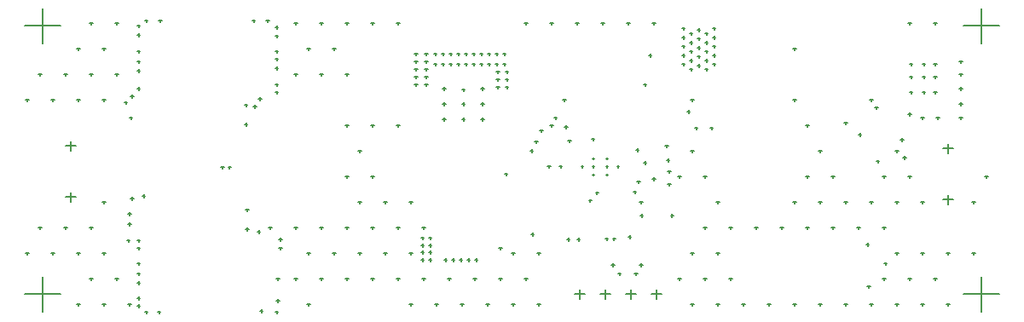
<source format=gbr>
%TF.GenerationSoftware,Altium Limited,Altium Designer,23.0.1 (38)*%
G04 Layer_Color=128*
%FSLAX45Y45*%
%MOMM*%
%TF.SameCoordinates,3EE063B3-4F93-4FDD-BE50-ED7C6B7A8C7B*%
%TF.FilePolarity,Positive*%
%TF.FileFunction,Drillmap*%
%TF.Part,Single*%
G01*
G75*
%TA.AperFunction,NonConductor*%
%ADD127C,0.12700*%
D127*
X229400Y1473200D02*
X329400D01*
X279400Y1423200D02*
Y1523200D01*
X229400Y965200D02*
X329400D01*
X279400Y915200D02*
Y1015200D01*
X6046000Y0D02*
X6146000D01*
X6096000Y-50000D02*
Y50000D01*
X5792000Y0D02*
X5892000D01*
X5842000Y-50000D02*
Y50000D01*
X5538000Y0D02*
X5638000D01*
X5588000Y-50000D02*
Y50000D01*
X5284000Y0D02*
X5384000D01*
X5334000Y-50000D02*
Y50000D01*
X8941600Y939800D02*
X9041600D01*
X8991600Y889800D02*
Y989800D01*
X8941600Y1447800D02*
X9041600D01*
X8991600Y1397800D02*
Y1497800D01*
X-175000Y2667000D02*
X175000D01*
X0Y2492000D02*
Y2842000D01*
X-175000Y0D02*
X175000D01*
X0Y-175000D02*
Y175000D01*
X9146800Y0D02*
X9496800D01*
X9321800Y-175000D02*
Y175000D01*
X9146800Y2667000D02*
X9496800D01*
X9321800Y2492000D02*
Y2842000D01*
X6017260Y2374900D02*
X6047740D01*
X6032500Y2359660D02*
Y2390140D01*
X5966460Y2082800D02*
X5996940D01*
X5981700Y2067560D02*
Y2098040D01*
X9357360Y1168400D02*
X9387840D01*
X9372600Y1153160D02*
Y1183640D01*
X9230360Y914400D02*
X9260840D01*
X9245600Y899160D02*
Y929640D01*
X9230360Y406400D02*
X9260840D01*
X9245600Y391160D02*
Y421640D01*
X8976360Y406400D02*
X9006840D01*
X8991600Y391160D02*
Y421640D01*
X8976360Y-101600D02*
X9006840D01*
X8991600Y-116840D02*
Y-86360D01*
X8849360Y2692400D02*
X8879840D01*
X8864600Y2677160D02*
Y2707640D01*
X8722360Y914400D02*
X8752840D01*
X8737600Y899160D02*
Y929640D01*
X8722360Y406400D02*
X8752840D01*
X8737600Y391160D02*
Y421640D01*
X8849360Y152400D02*
X8879840D01*
X8864600Y137160D02*
Y167640D01*
X8722360Y-101600D02*
X8752840D01*
X8737600Y-116840D02*
Y-86360D01*
X8595360Y2692400D02*
X8625840D01*
X8610600Y2677160D02*
Y2707640D01*
X8468360Y1422400D02*
X8498840D01*
X8483600Y1407160D02*
Y1437640D01*
X8595360Y1168400D02*
X8625840D01*
X8610600Y1153160D02*
Y1183640D01*
X8468360Y914400D02*
X8498840D01*
X8483600Y899160D02*
Y929640D01*
X8468360Y406400D02*
X8498840D01*
X8483600Y391160D02*
Y421640D01*
X8595360Y152400D02*
X8625840D01*
X8610600Y137160D02*
Y167640D01*
X8468360Y-101600D02*
X8498840D01*
X8483600Y-116840D02*
Y-86360D01*
X8214360Y1930400D02*
X8244840D01*
X8229600Y1915160D02*
Y1945640D01*
X8341360Y1168400D02*
X8371840D01*
X8356600Y1153160D02*
Y1183640D01*
X8214360Y914400D02*
X8244840D01*
X8229600Y899160D02*
Y929640D01*
X8341360Y660400D02*
X8371840D01*
X8356600Y645160D02*
Y675640D01*
X8341360Y152400D02*
X8371840D01*
X8356600Y137160D02*
Y167640D01*
X8214360Y-101600D02*
X8244840D01*
X8229600Y-116840D02*
Y-86360D01*
X7960360Y914400D02*
X7990840D01*
X7975600Y899160D02*
Y929640D01*
X8087360Y660400D02*
X8117840D01*
X8102600Y645160D02*
Y675640D01*
X7960360Y-101600D02*
X7990840D01*
X7975600Y-116840D02*
Y-86360D01*
X7706360Y1422400D02*
X7736840D01*
X7721600Y1407160D02*
Y1437640D01*
X7833360Y1168400D02*
X7863840D01*
X7848600Y1153160D02*
Y1183640D01*
X7706360Y914400D02*
X7736840D01*
X7721600Y899160D02*
Y929640D01*
X7833360Y660400D02*
X7863840D01*
X7848600Y645160D02*
Y675640D01*
X7706360Y-101600D02*
X7736840D01*
X7721600Y-116840D02*
Y-86360D01*
X7452360Y2438400D02*
X7482840D01*
X7467600Y2423160D02*
Y2453640D01*
X7452360Y1930400D02*
X7482840D01*
X7467600Y1915160D02*
Y1945640D01*
X7579360Y1676400D02*
X7609840D01*
X7594600Y1661160D02*
Y1691640D01*
X7579360Y1168400D02*
X7609840D01*
X7594600Y1153160D02*
Y1183640D01*
X7452360Y914400D02*
X7482840D01*
X7467600Y899160D02*
Y929640D01*
X7579360Y660400D02*
X7609840D01*
X7594600Y645160D02*
Y675640D01*
X7452360Y-101600D02*
X7482840D01*
X7467600Y-116840D02*
Y-86360D01*
X7325360Y660400D02*
X7355840D01*
X7340600Y645160D02*
Y675640D01*
X7198360Y-101600D02*
X7228840D01*
X7213600Y-116840D02*
Y-86360D01*
X7071360Y660400D02*
X7101840D01*
X7086600Y645160D02*
Y675640D01*
X6944360Y-101600D02*
X6974840D01*
X6959600Y-116840D02*
Y-86360D01*
X6690360Y914400D02*
X6720840D01*
X6705600Y899160D02*
Y929640D01*
X6817360Y660400D02*
X6847840D01*
X6832600Y645160D02*
Y675640D01*
X6690360Y406400D02*
X6720840D01*
X6705600Y391160D02*
Y421640D01*
X6817360Y152400D02*
X6847840D01*
X6832600Y137160D02*
Y167640D01*
X6690360Y-101600D02*
X6720840D01*
X6705600Y-116840D02*
Y-86360D01*
X6436360Y1930400D02*
X6466840D01*
X6451600Y1915160D02*
Y1945640D01*
X6436360Y1422400D02*
X6466840D01*
X6451600Y1407160D02*
Y1437640D01*
X6563360Y1168400D02*
X6593840D01*
X6578600Y1153160D02*
Y1183640D01*
X6563360Y660400D02*
X6593840D01*
X6578600Y645160D02*
Y675640D01*
X6436360Y406400D02*
X6466840D01*
X6451600Y391160D02*
Y421640D01*
X6563360Y152400D02*
X6593840D01*
X6578600Y137160D02*
Y167640D01*
X6436360Y-101600D02*
X6466840D01*
X6451600Y-116840D02*
Y-86360D01*
X6309360Y1168400D02*
X6339840D01*
X6324600Y1153160D02*
Y1183640D01*
X6309360Y152400D02*
X6339840D01*
X6324600Y137160D02*
Y167640D01*
X6055360Y2692400D02*
X6085840D01*
X6070600Y2677160D02*
Y2707640D01*
X5928360Y914400D02*
X5958840D01*
X5943600Y899160D02*
Y929640D01*
X5801360Y2692400D02*
X5831840D01*
X5816600Y2677160D02*
Y2707640D01*
X5547360Y2692400D02*
X5577840D01*
X5562600Y2677160D02*
Y2707640D01*
X5293360Y2692400D02*
X5323840D01*
X5308600Y2677160D02*
Y2707640D01*
X5166360Y1930400D02*
X5196840D01*
X5181600Y1915160D02*
Y1945640D01*
X5039360Y2692400D02*
X5069840D01*
X5054600Y2677160D02*
Y2707640D01*
X5039360Y1676400D02*
X5069840D01*
X5054600Y1661160D02*
Y1691640D01*
X4912360Y406400D02*
X4942840D01*
X4927600Y391160D02*
Y421640D01*
X4912360Y-101600D02*
X4942840D01*
X4927600Y-116840D02*
Y-86360D01*
X4785360Y2692400D02*
X4815840D01*
X4800600Y2677160D02*
Y2707640D01*
X4658360Y406400D02*
X4688840D01*
X4673600Y391160D02*
Y421640D01*
X4785360Y152400D02*
X4815840D01*
X4800600Y137160D02*
Y167640D01*
X4658360Y-101600D02*
X4688840D01*
X4673600Y-116840D02*
Y-86360D01*
X4531360Y152400D02*
X4561840D01*
X4546600Y137160D02*
Y167640D01*
X4404360Y-101600D02*
X4434840D01*
X4419600Y-116840D02*
Y-86360D01*
X4277360Y152400D02*
X4307840D01*
X4292600Y137160D02*
Y167640D01*
X4150360Y-101600D02*
X4180840D01*
X4165600Y-116840D02*
Y-86360D01*
X4023360Y152400D02*
X4053840D01*
X4038600Y137160D02*
Y167640D01*
X3896360Y-101600D02*
X3926840D01*
X3911600Y-116840D02*
Y-86360D01*
X3642360Y914400D02*
X3672840D01*
X3657600Y899160D02*
Y929640D01*
X3769360Y660400D02*
X3799840D01*
X3784600Y645160D02*
Y675640D01*
X3642360Y406400D02*
X3672840D01*
X3657600Y391160D02*
Y421640D01*
X3769360Y152400D02*
X3799840D01*
X3784600Y137160D02*
Y167640D01*
X3642360Y-101600D02*
X3672840D01*
X3657600Y-116840D02*
Y-86360D01*
X3515360Y2692400D02*
X3545840D01*
X3530600Y2677160D02*
Y2707640D01*
X3515360Y1676400D02*
X3545840D01*
X3530600Y1661160D02*
Y1691640D01*
X3388360Y914400D02*
X3418840D01*
X3403600Y899160D02*
Y929640D01*
X3515360Y660400D02*
X3545840D01*
X3530600Y645160D02*
Y675640D01*
X3388360Y406400D02*
X3418840D01*
X3403600Y391160D02*
Y421640D01*
X3515360Y152400D02*
X3545840D01*
X3530600Y137160D02*
Y167640D01*
X3261360Y2692400D02*
X3291840D01*
X3276600Y2677160D02*
Y2707640D01*
X3261360Y1676400D02*
X3291840D01*
X3276600Y1661160D02*
Y1691640D01*
X3134360Y1422400D02*
X3164840D01*
X3149600Y1407160D02*
Y1437640D01*
X3261360Y1168400D02*
X3291840D01*
X3276600Y1153160D02*
Y1183640D01*
X3134360Y914400D02*
X3164840D01*
X3149600Y899160D02*
Y929640D01*
X3261360Y660400D02*
X3291840D01*
X3276600Y645160D02*
Y675640D01*
X3134360Y406400D02*
X3164840D01*
X3149600Y391160D02*
Y421640D01*
X3261360Y152400D02*
X3291840D01*
X3276600Y137160D02*
Y167640D01*
X3007360Y2692400D02*
X3037840D01*
X3022600Y2677160D02*
Y2707640D01*
X2880360Y2438400D02*
X2910840D01*
X2895600Y2423160D02*
Y2453640D01*
X3007360Y2184400D02*
X3037840D01*
X3022600Y2169160D02*
Y2199640D01*
X3007360Y1676400D02*
X3037840D01*
X3022600Y1661160D02*
Y1691640D01*
X3007360Y1168400D02*
X3037840D01*
X3022600Y1153160D02*
Y1183640D01*
X3007360Y660400D02*
X3037840D01*
X3022600Y645160D02*
Y675640D01*
X2880360Y406400D02*
X2910840D01*
X2895600Y391160D02*
Y421640D01*
X3007360Y152400D02*
X3037840D01*
X3022600Y137160D02*
Y167640D01*
X2753360Y2692400D02*
X2783840D01*
X2768600Y2677160D02*
Y2707640D01*
X2626360Y2438400D02*
X2656840D01*
X2641600Y2423160D02*
Y2453640D01*
X2753360Y2184400D02*
X2783840D01*
X2768600Y2169160D02*
Y2199640D01*
X2753360Y660400D02*
X2783840D01*
X2768600Y645160D02*
Y675640D01*
X2626360Y406400D02*
X2656840D01*
X2641600Y391160D02*
Y421640D01*
X2753360Y152400D02*
X2783840D01*
X2768600Y137160D02*
Y167640D01*
X2626360Y-101600D02*
X2656840D01*
X2641600Y-116840D02*
Y-86360D01*
X2499360Y2692400D02*
X2529840D01*
X2514600Y2677160D02*
Y2707640D01*
X2499360Y2184400D02*
X2529840D01*
X2514600Y2169160D02*
Y2199640D01*
X2499360Y660400D02*
X2529840D01*
X2514600Y645160D02*
Y675640D01*
X2499360Y152400D02*
X2529840D01*
X2514600Y137160D02*
Y167640D01*
X2245360Y660400D02*
X2275840D01*
X2260600Y645160D02*
Y675640D01*
X848360Y-101600D02*
X878840D01*
X863600Y-116840D02*
Y-86360D01*
X721360Y2692400D02*
X751840D01*
X736600Y2677160D02*
Y2707640D01*
X594360Y2438400D02*
X624840D01*
X609600Y2423160D02*
Y2453640D01*
X721360Y2184400D02*
X751840D01*
X736600Y2169160D02*
Y2199640D01*
X594360Y1930400D02*
X624840D01*
X609600Y1915160D02*
Y1945640D01*
X594360Y914400D02*
X624840D01*
X609600Y899160D02*
Y929640D01*
X594360Y406400D02*
X624840D01*
X609600Y391160D02*
Y421640D01*
X721360Y152400D02*
X751840D01*
X736600Y137160D02*
Y167640D01*
X594360Y-101600D02*
X624840D01*
X609600Y-116840D02*
Y-86360D01*
X467360Y2692400D02*
X497840D01*
X482600Y2677160D02*
Y2707640D01*
X340360Y2438400D02*
X370840D01*
X355600Y2423160D02*
Y2453640D01*
X467360Y2184400D02*
X497840D01*
X482600Y2169160D02*
Y2199640D01*
X340360Y1930400D02*
X370840D01*
X355600Y1915160D02*
Y1945640D01*
X467360Y660400D02*
X497840D01*
X482600Y645160D02*
Y675640D01*
X340360Y406400D02*
X370840D01*
X355600Y391160D02*
Y421640D01*
X467360Y152400D02*
X497840D01*
X482600Y137160D02*
Y167640D01*
X340360Y-101600D02*
X370840D01*
X355600Y-116840D02*
Y-86360D01*
X213360Y2184400D02*
X243840D01*
X228600Y2169160D02*
Y2199640D01*
X86360Y1930400D02*
X116840D01*
X101600Y1915160D02*
Y1945640D01*
X213360Y660400D02*
X243840D01*
X228600Y645160D02*
Y675640D01*
X86360Y406400D02*
X116840D01*
X101600Y391160D02*
Y421640D01*
X-40640Y2184400D02*
X-10160D01*
X-25400Y2169160D02*
Y2199640D01*
X-167640Y1930400D02*
X-137160D01*
X-152400Y1915160D02*
Y1945640D01*
X-40640Y660400D02*
X-10160D01*
X-25400Y645160D02*
Y675640D01*
X-167640Y406400D02*
X-137160D01*
X-152400Y391160D02*
Y421640D01*
X6182360Y1473200D02*
X6212840D01*
X6197600Y1457960D02*
Y1488440D01*
X6195060Y1333500D02*
X6225540D01*
X6210300Y1318260D02*
Y1348740D01*
X6207760Y1219200D02*
X6238240D01*
X6223000Y1203960D02*
Y1234440D01*
X6207760Y1092200D02*
X6238240D01*
X6223000Y1076960D02*
Y1107440D01*
X5890260Y1435100D02*
X5920740D01*
X5905500Y1419860D02*
Y1450340D01*
X5966460Y1308100D02*
X5996940D01*
X5981700Y1292860D02*
Y1323340D01*
X5902960Y1117600D02*
X5933440D01*
X5918200Y1102360D02*
Y1132840D01*
X5864860Y1016000D02*
X5895340D01*
X5880100Y1000760D02*
Y1031240D01*
X5128260Y1270000D02*
X5158740D01*
X5143500Y1254760D02*
Y1285240D01*
X4163060Y2032000D02*
X4193540D01*
X4178300Y2016760D02*
Y2047240D01*
X8595360Y1790700D02*
X8625840D01*
X8610600Y1775460D02*
Y1805940D01*
X8722360Y1752600D02*
X8752840D01*
X8737600Y1737360D02*
Y1767840D01*
X8874760Y1752600D02*
X8905240D01*
X8890000Y1737360D02*
Y1767840D01*
X9103360Y1752600D02*
X9133840D01*
X9118600Y1737360D02*
Y1767840D01*
X9103360Y1892300D02*
X9133840D01*
X9118600Y1877060D02*
Y1907540D01*
X9103360Y2044700D02*
X9133840D01*
X9118600Y2029460D02*
Y2059940D01*
X9103360Y2184400D02*
X9133840D01*
X9118600Y2169160D02*
Y2199640D01*
X9103360Y2311400D02*
X9133840D01*
X9118600Y2296160D02*
Y2326640D01*
X8735060Y2286000D02*
X8765540D01*
X8750300Y2270760D02*
Y2301240D01*
X8735060Y2159000D02*
X8765540D01*
X8750300Y2143760D02*
Y2174240D01*
X8735060Y2006600D02*
X8765540D01*
X8750300Y1991360D02*
Y2021840D01*
X8849360Y2006600D02*
X8879840D01*
X8864600Y1991360D02*
Y2021840D01*
X8608060Y2006600D02*
X8638540D01*
X8623300Y1991360D02*
Y2021840D01*
X8849360Y2159000D02*
X8879840D01*
X8864600Y2143760D02*
Y2174240D01*
X8608060Y2159000D02*
X8638540D01*
X8623300Y2143760D02*
Y2174240D01*
X8849360Y2286000D02*
X8879840D01*
X8864600Y2270760D02*
Y2301240D01*
X8608060Y2286000D02*
X8638540D01*
X8623300Y2270760D02*
Y2301240D01*
X4937760Y1625600D02*
X4968240D01*
X4953000Y1610360D02*
Y1640840D01*
X5077460Y1752600D02*
X5107940D01*
X5092700Y1737360D02*
Y1767840D01*
X4353560Y1892300D02*
X4384040D01*
X4368800Y1877060D02*
Y1907540D01*
X4163060Y1892300D02*
X4193540D01*
X4178300Y1877060D02*
Y1907540D01*
X3972560Y2044700D02*
X4003040D01*
X3987800Y2029460D02*
Y2059940D01*
X3972560Y1892300D02*
X4003040D01*
X3987800Y1877060D02*
Y1907540D01*
X3972560Y1739900D02*
X4003040D01*
X3987800Y1724660D02*
Y1755140D01*
X4163060Y1739900D02*
X4193540D01*
X4178300Y1724660D02*
Y1755140D01*
X4353560Y1739900D02*
X4384040D01*
X4368800Y1724660D02*
Y1755140D01*
X4353560Y2044700D02*
X4384040D01*
X4368800Y2029460D02*
Y2059940D01*
X1140460Y-177800D02*
X1170940D01*
X1155700Y-193040D02*
Y-162560D01*
X1013460Y-177800D02*
X1043940D01*
X1028700Y-193040D02*
Y-162560D01*
X937260Y-114300D02*
X967740D01*
X952500Y-129540D02*
Y-99060D01*
X937260Y-38100D02*
X967740D01*
X952500Y-53340D02*
Y-22860D01*
X937260Y114300D02*
X967740D01*
X952500Y99060D02*
Y129540D01*
X937260Y203200D02*
X967740D01*
X952500Y187960D02*
Y218440D01*
X937260Y304800D02*
X967740D01*
X952500Y289560D02*
Y320040D01*
X937260Y457200D02*
X967740D01*
X952500Y441960D02*
Y472440D01*
X937260Y533400D02*
X967740D01*
X952500Y518160D02*
Y548640D01*
X835660Y533400D02*
X866140D01*
X850900Y518160D02*
Y548640D01*
X848360Y698500D02*
X878840D01*
X863600Y683260D02*
Y713740D01*
X848360Y800100D02*
X878840D01*
X863600Y784860D02*
Y815340D01*
X873760Y952500D02*
X904240D01*
X889000Y937260D02*
Y967740D01*
X988060Y977900D02*
X1018540D01*
X1003300Y962660D02*
Y993140D01*
X861060Y1752600D02*
X891540D01*
X876300Y1737360D02*
Y1767840D01*
X810260Y1905000D02*
X840740D01*
X825500Y1889760D02*
Y1920240D01*
X873760Y1968500D02*
X904240D01*
X889000Y1953260D02*
Y1983740D01*
X937260Y2044700D02*
X967740D01*
X952500Y2029460D02*
Y2059940D01*
X937260Y2222500D02*
X967740D01*
X952500Y2207260D02*
Y2237740D01*
X937260Y2311400D02*
X967740D01*
X952500Y2296160D02*
Y2326640D01*
X937260Y2413000D02*
X967740D01*
X952500Y2397760D02*
Y2428240D01*
X937260Y2578100D02*
X967740D01*
X952500Y2562860D02*
Y2593340D01*
X937260Y2667000D02*
X967740D01*
X952500Y2651760D02*
Y2682240D01*
X1013460Y2717800D02*
X1043940D01*
X1028700Y2702560D02*
Y2733040D01*
X1153160Y2717800D02*
X1183640D01*
X1168400Y2702560D02*
Y2733040D01*
X2080260Y2717800D02*
X2110740D01*
X2095500Y2702560D02*
Y2733040D01*
X2219960Y2717800D02*
X2250440D01*
X2235200Y2702560D02*
Y2733040D01*
X2308860Y2654300D02*
X2339340D01*
X2324100Y2639060D02*
Y2669540D01*
X2308860Y2565400D02*
X2339340D01*
X2324100Y2550160D02*
Y2580640D01*
X2308860Y2413000D02*
X2339340D01*
X2324100Y2397760D02*
Y2428240D01*
X2308860Y2336800D02*
X2339340D01*
X2324100Y2321560D02*
Y2352040D01*
X2308860Y2247900D02*
X2339340D01*
X2324100Y2232660D02*
Y2263140D01*
X2308860Y2082800D02*
X2339340D01*
X2324100Y2067560D02*
Y2098040D01*
X2308860Y2006600D02*
X2339340D01*
X2324100Y1991360D02*
Y2021840D01*
X2143760Y1943100D02*
X2174240D01*
X2159000Y1927860D02*
Y1958340D01*
X2004060Y1879600D02*
X2034540D01*
X2019300Y1864360D02*
Y1894840D01*
X2092960Y1866900D02*
X2123440D01*
X2108200Y1851660D02*
Y1882140D01*
X2004060Y1689100D02*
X2034540D01*
X2019300Y1673860D02*
Y1704340D01*
X2016760Y838200D02*
X2047240D01*
X2032000Y822960D02*
Y853440D01*
X2016760Y647700D02*
X2047240D01*
X2032000Y632460D02*
Y662940D01*
X2131060Y622300D02*
X2161540D01*
X2146300Y607060D02*
Y637540D01*
X2346960Y546100D02*
X2377440D01*
X2362200Y530860D02*
Y561340D01*
X2346960Y457200D02*
X2377440D01*
X2362200Y441960D02*
Y472440D01*
X2321560Y152400D02*
X2352040D01*
X2336800Y137160D02*
Y167640D01*
X2321560Y-63500D02*
X2352040D01*
X2336800Y-78740D02*
Y-48260D01*
X2308860Y-177800D02*
X2339340D01*
X2324100Y-193040D02*
Y-162560D01*
X2156460Y-165100D02*
X2186940D01*
X2171700Y-180340D02*
Y-149860D01*
X3832860Y558800D02*
X3863340D01*
X3848100Y543560D02*
Y574040D01*
X3756660Y558800D02*
X3787140D01*
X3771900Y543560D02*
Y574040D01*
X3833953Y487057D02*
X3864433D01*
X3849193Y471817D02*
Y502297D01*
X3757753Y487057D02*
X3788233D01*
X3772993Y471817D02*
Y502297D01*
X3832860Y419100D02*
X3863340D01*
X3848100Y403860D02*
Y434340D01*
X3756660Y419100D02*
X3787140D01*
X3771900Y403860D02*
Y434340D01*
X3756660Y342900D02*
X3787140D01*
X3771900Y327660D02*
Y358140D01*
X3832860Y342900D02*
X3863340D01*
X3848100Y327660D02*
Y358140D01*
X4290060Y342900D02*
X4320540D01*
X4305300Y327660D02*
Y358140D01*
X4213860Y342900D02*
X4244340D01*
X4229100Y327660D02*
Y358140D01*
X4137660Y342900D02*
X4168140D01*
X4152900Y327660D02*
Y358140D01*
X4061460Y342900D02*
X4091940D01*
X4076700Y327660D02*
Y358140D01*
X3985260Y342900D02*
X4015740D01*
X4000500Y327660D02*
Y358140D01*
X5204460Y546100D02*
X5234940D01*
X5219700Y530860D02*
Y561340D01*
X5306060Y546100D02*
X5336540D01*
X5321300Y530860D02*
Y561340D01*
X5814060Y571500D02*
X5844540D01*
X5829300Y556260D02*
Y586740D01*
X5648960Y292100D02*
X5679440D01*
X5664200Y276860D02*
Y307340D01*
X5712460Y203200D02*
X5742940D01*
X5727700Y187960D02*
Y218440D01*
X5877560Y203200D02*
X5908040D01*
X5892800Y187960D02*
Y218440D01*
X5928360Y292100D02*
X5958840D01*
X5943600Y276860D02*
Y307340D01*
X6398260Y1816100D02*
X6428740D01*
X6413500Y1800860D02*
Y1831340D01*
X6474460Y1651000D02*
X6504940D01*
X6489700Y1635760D02*
Y1666240D01*
X6626860Y1651000D02*
X6657340D01*
X6642100Y1635760D02*
Y1666240D01*
X8188960Y76200D02*
X8219440D01*
X8204200Y60960D02*
Y91440D01*
X8176260Y495300D02*
X8206740D01*
X8191500Y480060D02*
Y510540D01*
X8354060Y304800D02*
X8384540D01*
X8369300Y289560D02*
Y320040D01*
X8519160Y1536700D02*
X8549640D01*
X8534400Y1521460D02*
Y1551940D01*
X8544560Y1358900D02*
X8575040D01*
X8559800Y1343660D02*
Y1374140D01*
X8277860Y1320800D02*
X8308340D01*
X8293100Y1305560D02*
Y1336040D01*
X8265160Y1854200D02*
X8295640D01*
X8280400Y1838960D02*
Y1869440D01*
X8100060Y1587500D02*
X8130540D01*
X8115300Y1572260D02*
Y1602740D01*
X7960360Y1701800D02*
X7990840D01*
X7975600Y1686560D02*
Y1717040D01*
X4505960Y2057400D02*
X4536440D01*
X4521200Y2042160D02*
Y2072640D01*
X4594860Y2057400D02*
X4625340D01*
X4610100Y2042160D02*
Y2072640D01*
X4505960Y2133600D02*
X4536440D01*
X4521200Y2118360D02*
Y2148840D01*
X4594860Y2133600D02*
X4625340D01*
X4610100Y2118360D02*
Y2148840D01*
X4505960Y2209800D02*
X4536440D01*
X4521200Y2194560D02*
Y2225040D01*
X4594860Y2209800D02*
X4625340D01*
X4610100Y2194560D02*
Y2225040D01*
X4569460Y2387600D02*
X4599940D01*
X4584700Y2372360D02*
Y2402840D01*
X4569460Y2286000D02*
X4599940D01*
X4584700Y2270760D02*
Y2301240D01*
X4493260Y2387600D02*
X4523740D01*
X4508500Y2372360D02*
Y2402840D01*
X4493260Y2286000D02*
X4523740D01*
X4508500Y2270760D02*
Y2301240D01*
X4417060Y2387600D02*
X4447540D01*
X4432300Y2372360D02*
Y2402840D01*
X4417060Y2286000D02*
X4447540D01*
X4432300Y2270760D02*
Y2301240D01*
X4340860Y2387600D02*
X4371340D01*
X4356100Y2372360D02*
Y2402840D01*
X4340860Y2286000D02*
X4371340D01*
X4356100Y2270760D02*
Y2301240D01*
X4264660Y2387600D02*
X4295140D01*
X4279900Y2372360D02*
Y2402840D01*
X4264660Y2286000D02*
X4295140D01*
X4279900Y2270760D02*
Y2301240D01*
X4188460Y2387600D02*
X4218940D01*
X4203700Y2372360D02*
Y2402840D01*
X4188460Y2286000D02*
X4218940D01*
X4203700Y2270760D02*
Y2301240D01*
X4112260Y2387600D02*
X4142740D01*
X4127500Y2372360D02*
Y2402840D01*
X4112260Y2286000D02*
X4142740D01*
X4127500Y2270760D02*
Y2301240D01*
X4036060Y2387600D02*
X4066540D01*
X4051300Y2372360D02*
Y2402840D01*
X4036060Y2286000D02*
X4066540D01*
X4051300Y2270760D02*
Y2301240D01*
X3959860Y2387600D02*
X3990340D01*
X3975100Y2372360D02*
Y2402840D01*
X3959860Y2286000D02*
X3990340D01*
X3975100Y2270760D02*
Y2301240D01*
X3883660Y2387600D02*
X3914140D01*
X3898900Y2372360D02*
Y2402840D01*
X3883660Y2286000D02*
X3914140D01*
X3898900Y2270760D02*
Y2301240D01*
X3794760Y2387600D02*
X3825240D01*
X3810000Y2372360D02*
Y2402840D01*
X3693160Y2387600D02*
X3723640D01*
X3708400Y2372360D02*
Y2402840D01*
X3794760Y2311400D02*
X3825240D01*
X3810000Y2296160D02*
Y2326640D01*
X3693160Y2311400D02*
X3723640D01*
X3708400Y2296160D02*
Y2326640D01*
X3794760Y2235200D02*
X3825240D01*
X3810000Y2219960D02*
Y2250440D01*
X3693160Y2235200D02*
X3723640D01*
X3708400Y2219960D02*
Y2250440D01*
X3794760Y2159000D02*
X3825240D01*
X3810000Y2143760D02*
Y2174240D01*
X3693160Y2159000D02*
X3723640D01*
X3708400Y2143760D02*
Y2174240D01*
X3693160Y2082800D02*
X3723640D01*
X3708400Y2067560D02*
Y2098040D01*
X3794760Y2082800D02*
X3825240D01*
X3810000Y2067560D02*
Y2098040D01*
X6652260Y2286000D02*
X6682740D01*
X6667500Y2270760D02*
Y2301240D01*
X6652260Y2374900D02*
X6682740D01*
X6667500Y2359660D02*
Y2390140D01*
X6652260Y2463800D02*
X6682740D01*
X6667500Y2448560D02*
Y2479040D01*
X6652260Y2552700D02*
X6682740D01*
X6667500Y2537460D02*
Y2567940D01*
X6652260Y2641600D02*
X6682740D01*
X6667500Y2626360D02*
Y2656840D01*
X6576060Y2235200D02*
X6606540D01*
X6591300Y2219960D02*
Y2250440D01*
X6576060Y2324100D02*
X6606540D01*
X6591300Y2308860D02*
Y2339340D01*
X6576060Y2413000D02*
X6606540D01*
X6591300Y2397760D02*
Y2428240D01*
X6576060Y2501900D02*
X6606540D01*
X6591300Y2486660D02*
Y2517140D01*
X6576060Y2590800D02*
X6606540D01*
X6591300Y2575560D02*
Y2606040D01*
X6499860Y2273300D02*
X6530340D01*
X6515100Y2258060D02*
Y2288540D01*
X6499860Y2362200D02*
X6530340D01*
X6515100Y2346960D02*
Y2377440D01*
X6499860Y2451100D02*
X6530340D01*
X6515100Y2435860D02*
Y2466340D01*
X6499860Y2540000D02*
X6530340D01*
X6515100Y2524760D02*
Y2555240D01*
X6499860Y2628900D02*
X6530340D01*
X6515100Y2613660D02*
Y2644140D01*
X6423660Y2590800D02*
X6454140D01*
X6438900Y2575560D02*
Y2606040D01*
X6423660Y2501900D02*
X6454140D01*
X6438900Y2486660D02*
Y2517140D01*
X6423660Y2413000D02*
X6454140D01*
X6438900Y2397760D02*
Y2428240D01*
X6423660Y2324100D02*
X6454140D01*
X6438900Y2308860D02*
Y2339340D01*
X6423660Y2235200D02*
X6454140D01*
X6438900Y2219960D02*
Y2250440D01*
X6347460Y2286000D02*
X6377940D01*
X6362700Y2270760D02*
Y2301240D01*
X6347460Y2374900D02*
X6377940D01*
X6362700Y2359660D02*
Y2390140D01*
X6347460Y2463800D02*
X6377940D01*
X6362700Y2448560D02*
Y2479040D01*
X6347460Y2552700D02*
X6377940D01*
X6362700Y2537460D02*
Y2567940D01*
X6347460Y2641600D02*
X6377940D01*
X6362700Y2626360D02*
Y2656840D01*
X4841240Y1427480D02*
X4871720D01*
X4856480Y1412240D02*
Y1442720D01*
X4886960Y1516380D02*
X4917440D01*
X4902200Y1501140D02*
Y1531620D01*
X1842770Y1262380D02*
X1873250D01*
X1858010Y1247140D02*
Y1277620D01*
X1769110Y1262380D02*
X1799590D01*
X1784350Y1247140D02*
Y1277620D01*
X5660390Y551180D02*
X5690870D01*
X5675630Y535940D02*
Y566420D01*
X5586730Y551180D02*
X5617210D01*
X5601970Y535940D02*
Y566420D01*
X5181600Y1661160D02*
X5212080D01*
X5196840Y1645920D02*
Y1676400D01*
X4848860Y596900D02*
X4879340D01*
X4864100Y581660D02*
Y612140D01*
X5422900Y932180D02*
X5453380D01*
X5438140Y916940D02*
Y947420D01*
X5491480Y1008478D02*
X5521960D01*
X5506720Y993238D02*
Y1023718D01*
X6235700Y782690D02*
X6266180D01*
X6250940Y767450D02*
Y797930D01*
X5933440Y784860D02*
X5963920D01*
X5948680Y769620D02*
Y800100D01*
X5451131Y1540485D02*
X5481611D01*
X5466371Y1525245D02*
Y1555725D01*
X5217160Y1524000D02*
X5247640D01*
X5232400Y1508760D02*
Y1539240D01*
X6055360Y1145540D02*
X6085840D01*
X6070600Y1130300D02*
Y1160780D01*
X5013960Y1270000D02*
X5044440D01*
X5029200Y1254760D02*
Y1285240D01*
X4531360Y457200D02*
X4561840D01*
X4546600Y441960D02*
Y472440D01*
X4587760Y1193800D02*
X4618240D01*
X4603000Y1178560D02*
Y1209040D01*
X5595200Y1270000D02*
X5615200D01*
X5605200Y1260000D02*
Y1280000D01*
X5707200Y1270000D02*
X5727200D01*
X5717200Y1260000D02*
Y1280000D01*
X5459200Y1270000D02*
X5479200D01*
X5469200Y1260000D02*
Y1280000D01*
X5347200Y1270000D02*
X5367200D01*
X5357200Y1260000D02*
Y1280000D01*
X5595200Y1190000D02*
X5615200D01*
X5605200Y1180000D02*
Y1200000D01*
X5595200Y1350000D02*
X5615200D01*
X5605200Y1340000D02*
Y1360000D01*
X5459200Y1350000D02*
X5479200D01*
X5469200Y1340000D02*
Y1360000D01*
X5459200Y1190000D02*
X5479200D01*
X5469200Y1180000D02*
Y1200000D01*
%TF.MD5,088715ba38960db1dae42d27cbe34466*%
M02*

</source>
